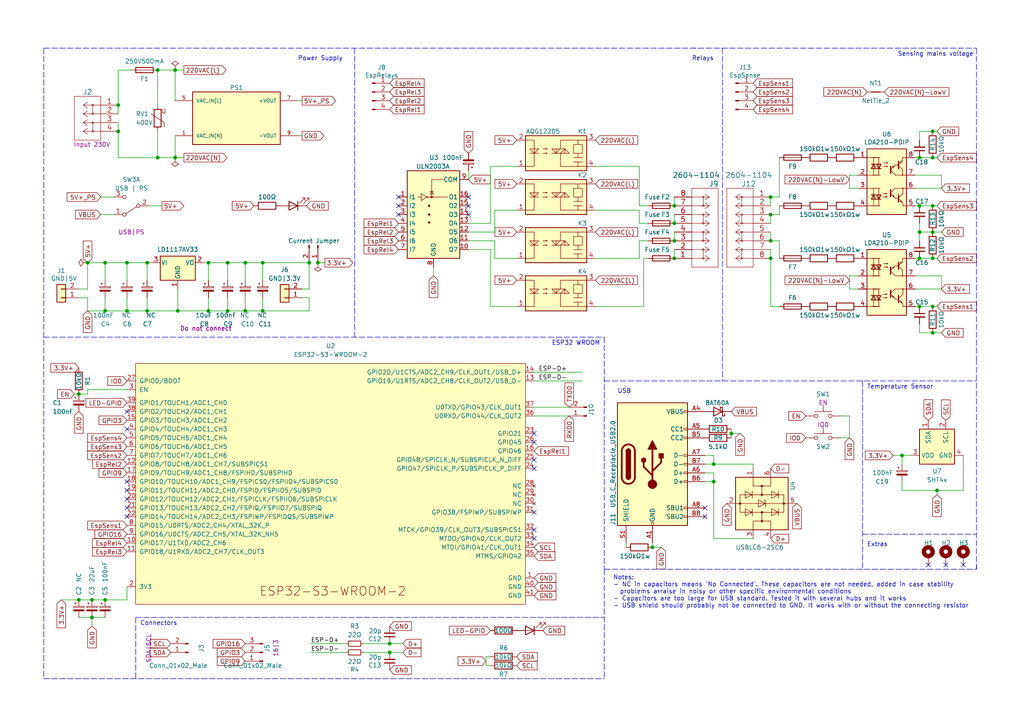
<source format=kicad_sch>
(kicad_sch (version 20211123) (generator eeschema)
  (paper "A4")
  (title_block (title "Home Assistant module for lights control") (date "2022-10-27") (rev "20221027.22"))
  (junction (at 270.51 67.31))
  (junction (at 266.7 88.9))
  (junction (at 207.01 134.62))
  (junction (at 113.03 189.23))
  (junction (at 22.86 114.3))
  (junction (at 270.51 96.52))
  (junction (at 266.7 67.31))
  (junction (at 25.4 76.2))
  (junction (at 26.67 179.07))
  (junction (at 270.51 74.93))
  (junction (at 30.48 76.2))
  (junction (at 113.03 186.69))
  (junction (at 207.01 139.7))
  (junction (at 60.452 90.17))
  (junction (at 36.83 90.17))
  (junction (at 189.23 158.75))
  (junction (at 30.48 173.99))
  (junction (at 195.58 59.69))
  (junction (at 223.52 57.15))
  (junction (at 51.562 90.17))
  (junction (at 223.52 62.23))
  (junction (at 45.72 45.72))
  (junction (at 271.78 142.24))
  (junction (at 223.52 69.85))
  (junction (at 92.202 76.2))
  (junction (at 60.452 76.2))
  (junction (at 36.83 76.2))
  (junction (at 71.12 76.2))
  (junction (at 195.58 74.93))
  (junction (at 22.86 173.99))
  (junction (at 66.04 90.17))
  (junction (at 270.51 45.72))
  (junction (at 71.12 90.17))
  (junction (at 50.8 45.72))
  (junction (at 270.51 88.9))
  (junction (at 270.51 59.69))
  (junction (at 34.29 38.1))
  (junction (at 212.09 125.73))
  (junction (at 50.8 20.32))
  (junction (at 195.58 64.77))
  (junction (at 270.51 38.1))
  (junction (at 30.48 90.17))
  (junction (at 26.67 173.99))
  (junction (at 76.2 76.2))
  (junction (at 261.62 132.08))
  (junction (at 266.7 74.93))
  (junction (at 42.672 76.2))
  (junction (at 89.662 76.2))
  (junction (at 34.29 30.48))
  (junction (at 42.672 90.17))
  (junction (at 66.04 76.2))
  (junction (at 195.58 69.85))
  (junction (at 45.72 20.32))
  (junction (at 223.52 74.93))
  (junction (at 266.7 45.72))
  (junction (at 266.7 59.69))
  (junction (at 76.2 90.17))
  (no_connect (at 135.89 59.69))
  (no_connect (at 279.4 163.83))
  (no_connect (at 135.89 62.23))
  (no_connect (at 204.47 149.86))
  (no_connect (at 204.47 147.32))
  (no_connect (at 274.32 163.83))
  (no_connect (at 135.89 57.15))
  (no_connect (at 154.94 156.21))
  (no_connect (at 154.94 135.89))
  (no_connect (at 154.94 153.67))
  (no_connect (at 154.94 148.59))
  (no_connect (at 154.94 128.27))
  (no_connect (at 154.94 125.73))
  (no_connect (at 154.94 133.35))
  (no_connect (at 36.83 119.38))
  (no_connect (at 36.83 142.24))
  (no_connect (at 36.83 139.7))
  (no_connect (at 36.83 144.78))
  (no_connect (at 36.83 147.32))
  (no_connect (at 36.83 149.86))
  (no_connect (at 36.83 124.46))
  (no_connect (at 115.57 57.15))
  (no_connect (at 115.57 62.23))
  (no_connect (at 269.24 163.83))
  (no_connect (at 115.57 59.69))
  (polyline (pts (xy 175.26 165.1) (xy 175.26 196.85)))
  (wire (pts (xy 246.38 120.65) (xy 246.38 127)))
  (wire (pts (xy 26.67 179.07) (xy 22.86 179.07)))
  (wire (pts (xy 261.62 132.08) (xy 264.16 132.08)))
  (wire (pts (xy 259.08 132.08) (xy 261.62 132.08)))
  (wire (pts (xy 142.24 88.9) (xy 149.86 88.9)))
  (wire (pts (xy 279.4 132.08) (xy 279.4 142.24)))
  (wire (pts (xy 187.96 59.69) (xy 185.42 59.69)))
  (wire (pts (xy 270.51 74.93) (xy 266.7 74.93)))
  (wire (pts (xy 66.04 86.36) (xy 66.04 90.17)))
  (wire (pts (xy 204.47 139.7) (xy 207.01 139.7)))
  (wire (pts (xy 25.4 83.82) (xy 22.86 83.82)))
  (wire (pts (xy 185.42 48.26) (xy 172.72 48.26)))
  (wire (pts (xy 25.4 76.2) (xy 25.4 83.82)))
  (wire (pts (xy 45.72 20.32) (xy 50.8 20.32)))
  (wire (pts (xy 243.84 127) (xy 246.38 127)))
  (wire (pts (xy 66.04 76.2) (xy 71.12 76.2)))
  (wire (pts (xy 266.7 59.69) (xy 265.43 59.69)))
  (wire (pts (xy 226.06 69.85) (xy 223.52 69.85)))
  (wire (pts (xy 207.01 134.62) (xy 207.01 132.08)))
  (wire (pts (xy 154.94 110.49) (xy 168.91 110.49)))
  (wire (pts (xy 105.41 186.69) (xy 113.03 186.69)))
  (wire (pts (xy 143.51 74.93) (xy 143.51 69.85)))
  (wire (pts (xy 135.89 72.39) (xy 142.24 72.39)))
  (polyline (pts (xy 283.21 13.97) (xy 283.21 104.14)))
  (wire (pts (xy 143.51 67.31) (xy 143.51 60.96)))
  (wire (pts (xy 207.01 132.08) (xy 204.47 132.08)))
  (wire (pts (xy 45.72 30.48) (xy 45.72 20.32)))
  (wire (pts (xy 270.51 96.52) (xy 266.7 96.52)))
  (wire (pts (xy 185.42 74.93) (xy 185.42 69.85)))
  (wire (pts (xy 226.06 59.69) (xy 226.06 62.23)))
  (wire (pts (xy 60.452 76.2) (xy 66.04 76.2)))
  (wire (pts (xy 186.69 88.9) (xy 172.72 88.9)))
  (wire (pts (xy 25.4 113.03) (xy 25.4 114.3)))
  (wire (pts (xy 36.83 90.17) (xy 42.672 90.17)))
  (wire (pts (xy 212.09 125.73) (xy 212.09 124.46)))
  (wire (pts (xy 25.4 90.17) (xy 30.48 90.17)))
  (polyline (pts (xy 250.19 110.49) (xy 250.19 165.1)))
  (wire (pts (xy 36.83 76.2) (xy 36.83 81.28)))
  (wire (pts (xy 271.78 88.9) (xy 270.51 88.9)))
  (polyline (pts (xy 175.26 97.79) (xy 175.26 165.1)))
  (wire (pts (xy 261.62 142.24) (xy 271.78 142.24)))
  (polyline (pts (xy 283.21 165.1) (xy 283.21 163.83)))
  (wire (pts (xy 135.89 67.31) (xy 143.51 67.31)))
  (wire (pts (xy 25.4 113.03) (xy 36.83 113.03)))
  (wire (pts (xy 45.72 38.1) (xy 45.72 45.72)))
  (wire (pts (xy 270.51 67.31) (xy 266.7 67.31)))
  (wire (pts (xy 266.7 38.1) (xy 270.51 38.1)))
  (wire (pts (xy 266.7 69.85) (xy 266.7 67.31)))
  (wire (pts (xy 187.96 64.77) (xy 185.42 64.77)))
  (wire (pts (xy 181.61 158.75) (xy 181.61 157.48)))
  (wire (pts (xy 207.01 156.21) (xy 207.01 139.7)))
  (wire (pts (xy 223.52 74.93) (xy 223.52 88.9)))
  (wire (pts (xy 34.29 35.56) (xy 34.29 38.1)))
  (polyline (pts (xy 209.55 13.97) (xy 209.55 110.49)))
  (wire (pts (xy 185.42 69.85) (xy 187.96 69.85)))
  (wire (pts (xy 25.4 114.3) (xy 22.86 114.3)))
  (wire (pts (xy 271.78 38.1) (xy 270.51 38.1)))
  (polyline (pts (xy 175.26 110.49) (xy 283.21 110.49)))
  (polyline (pts (xy 250.19 154.94) (xy 283.21 154.94)))
  (wire (pts (xy 212.09 125.73) (xy 214.63 125.73)))
  (wire (pts (xy 21.59 114.3) (xy 22.86 114.3)))
  (wire (pts (xy 71.12 76.2) (xy 71.12 81.28)))
  (wire (pts (xy 25.4 86.36) (xy 25.4 90.17)))
  (wire (pts (xy 271.78 142.24) (xy 271.78 143.51)))
  (wire (pts (xy 30.48 90.17) (xy 36.83 90.17)))
  (wire (pts (xy 279.4 142.24) (xy 271.78 142.24)))
  (wire (pts (xy 273.05 83.82) (xy 265.43 83.82)))
  (wire (pts (xy 261.62 139.7) (xy 261.62 142.24)))
  (wire (pts (xy 76.2 76.2) (xy 76.2 81.28)))
  (wire (pts (xy 172.72 74.93) (xy 185.42 74.93)))
  (wire (pts (xy 76.2 90.17) (xy 89.662 90.17)))
  (polyline (pts (xy 201.93 13.97) (xy 200.66 13.97)))
  (wire (pts (xy 50.8 20.32) (xy 50.8 29.21)))
  (wire (pts (xy 34.29 38.1) (xy 34.29 45.72)))
  (wire (pts (xy 207.01 156.21) (xy 218.44 156.21)))
  (wire (pts (xy 212.09 127) (xy 212.09 125.73)))
  (wire (pts (xy 26.67 173.99) (xy 30.48 173.99)))
  (polyline (pts (xy 39.37 179.07) (xy 39.37 196.85)))
  (wire (pts (xy 266.7 96.52) (xy 266.7 93.98)))
  (wire (pts (xy 226.06 74.93) (xy 226.06 69.85)))
  (wire (pts (xy 17.78 173.99) (xy 22.86 173.99)))
  (wire (pts (xy 246.38 80.01) (xy 248.92 80.01)))
  (wire (pts (xy 42.672 76.2) (xy 43.942 76.2)))
  (wire (pts (xy 89.662 86.36) (xy 89.662 90.17)))
  (wire (pts (xy 76.2 86.36) (xy 76.2 90.17)))
  (wire (pts (xy 22.86 173.99) (xy 26.67 173.99)))
  (wire (pts (xy 270.51 88.9) (xy 266.7 88.9)))
  (wire (pts (xy 185.42 60.96) (xy 172.72 60.96)))
  (wire (pts (xy 36.83 76.2) (xy 42.672 76.2)))
  (wire (pts (xy 142.24 64.77) (xy 135.89 64.77)))
  (wire (pts (xy 273.05 96.52) (xy 270.51 96.52)))
  (wire (pts (xy 223.52 88.9) (xy 226.06 88.9)))
  (wire (pts (xy 187.96 74.93) (xy 186.69 74.93)))
  (wire (pts (xy 246.38 54.61) (xy 246.38 50.8)))
  (wire (pts (xy 142.24 72.39) (xy 142.24 88.9)))
  (wire (pts (xy 195.58 64.77) (xy 195.58 62.23)))
  (wire (pts (xy 195.58 74.93) (xy 195.58 72.39)))
  (wire (pts (xy 42.672 86.36) (xy 42.672 90.17)))
  (wire (pts (xy 46.99 59.69) (xy 43.18 59.69)))
  (wire (pts (xy 223.52 64.77) (xy 223.52 62.23)))
  (wire (pts (xy 266.7 40.64) (xy 266.7 38.1)))
  (wire (pts (xy 51.562 90.17) (xy 60.452 90.17)))
  (wire (pts (xy 271.78 74.93) (xy 270.51 74.93)))
  (wire (pts (xy 30.48 76.2) (xy 36.83 76.2)))
  (wire (pts (xy 26.67 179.07) (xy 26.67 181.61)))
  (wire (pts (xy 273.05 54.61) (xy 273.05 50.8)))
  (wire (pts (xy 30.48 76.2) (xy 30.48 81.28)))
  (wire (pts (xy 154.94 118.11) (xy 165.1 118.11)))
  (wire (pts (xy 86.36 29.21) (xy 87.63 29.21)))
  (wire (pts (xy 60.452 86.36) (xy 60.452 90.17)))
  (wire (pts (xy 89.662 83.82) (xy 89.662 76.2)))
  (polyline (pts (xy 12.7 196.85) (xy 175.26 196.85)))
  (wire (pts (xy 154.94 107.95) (xy 168.91 107.95)))
  (wire (pts (xy 246.38 50.8) (xy 248.92 50.8)))
  (wire (pts (xy 34.29 30.48) (xy 34.29 20.32)))
  (wire (pts (xy 266.7 67.31) (xy 266.7 64.77)))
  (wire (pts (xy 246.38 83.82) (xy 246.38 80.01)))
  (polyline (pts (xy 12.7 97.79) (xy 175.26 97.79)))
  (wire (pts (xy 207.01 134.62) (xy 218.44 134.62)))
  (wire (pts (xy 29.21 62.23) (xy 33.02 62.23)))
  (wire (pts (xy 273.05 80.01) (xy 265.43 80.01)))
  (wire (pts (xy 273.05 67.31) (xy 270.51 67.31)))
  (wire (pts (xy 42.672 76.2) (xy 42.672 81.28)))
  (wire (pts (xy 223.52 69.85) (xy 223.52 67.31)))
  (wire (pts (xy 71.12 90.17) (xy 76.2 90.17)))
  (wire (pts (xy 90.17 189.23) (xy 100.33 189.23)))
  (wire (pts (xy 223.52 59.69) (xy 223.52 57.15)))
  (wire (pts (xy 25.4 76.2) (xy 30.48 76.2)))
  (wire (pts (xy 135.89 52.07) (xy 135.89 49.53)))
  (wire (pts (xy 204.47 137.16) (xy 207.01 137.16)))
  (wire (pts (xy 142.24 48.26) (xy 142.24 64.77)))
  (wire (pts (xy 36.83 86.36) (xy 36.83 90.17)))
  (wire (pts (xy 42.672 90.17) (xy 51.562 90.17)))
  (wire (pts (xy 261.62 132.08) (xy 261.62 134.62)))
  (wire (pts (xy 66.04 90.17) (xy 71.12 90.17)))
  (wire (pts (xy 105.41 189.23) (xy 113.03 189.23)))
  (wire (pts (xy 149.86 48.26) (xy 142.24 48.26)))
  (wire (pts (xy 87.63 86.36) (xy 89.662 86.36)))
  (wire (pts (xy 30.48 173.99) (xy 36.83 173.99)))
  (polyline (pts (xy 12.7 13.97) (xy 12.7 196.85)))
  (wire (pts (xy 226.06 45.72) (xy 226.06 57.15)))
  (wire (pts (xy 185.42 59.69) (xy 185.42 48.26)))
  (polyline (pts (xy 102.87 13.97) (xy 102.87 97.79)))
  (wire (pts (xy 273.05 54.61) (xy 265.43 54.61)))
  (wire (pts (xy 113.03 186.69) (xy 116.84 186.69)))
  (wire (pts (xy 243.84 120.65) (xy 246.38 120.65)))
  (wire (pts (xy 266.7 45.72) (xy 265.43 45.72)))
  (wire (pts (xy 92.202 76.2) (xy 94.234 76.2)))
  (polyline (pts (xy 175.26 165.1) (xy 175.26 165.1)))
  (wire (pts (xy 50.8 20.32) (xy 53.34 20.32)))
  (wire (pts (xy 76.2 76.2) (xy 89.662 76.2)))
  (wire (pts (xy 218.44 134.62) (xy 218.44 135.89)))
  (wire (pts (xy 140.97 190.5) (xy 140.97 193.04)))
  (wire (pts (xy 226.06 62.23) (xy 223.52 62.23)))
  (wire (pts (xy 271.78 59.69) (xy 270.51 59.69)))
  (wire (pts (xy 60.452 90.17) (xy 66.04 90.17)))
  (wire (pts (xy 142.24 190.5) (xy 140.97 190.5)))
  (wire (pts (xy 71.12 86.36) (xy 71.12 90.17)))
  (wire (pts (xy 266.7 88.9) (xy 265.43 88.9)))
  (wire (pts (xy 60.452 76.2) (xy 60.452 81.28)))
  (polyline (pts (xy 283.21 104.14) (xy 283.21 165.1)))
  (wire (pts (xy 29.21 57.15) (xy 33.02 57.15)))
  (wire (pts (xy 223.52 74.93) (xy 223.52 72.39)))
  (wire (pts (xy 186.69 74.93) (xy 186.69 88.9)))
  (wire (pts (xy 34.29 45.72) (xy 45.72 45.72)))
  (wire (pts (xy 50.8 45.72) (xy 53.34 45.72)))
  (wire (pts (xy 185.42 64.77) (xy 185.42 60.96)))
  (wire (pts (xy 90.17 186.69) (xy 100.33 186.69)))
  (wire (pts (xy 51.562 83.82) (xy 51.562 90.17)))
  (wire (pts (xy 195.58 59.69) (xy 195.58 57.15)))
  (wire (pts (xy 34.29 20.32) (xy 38.1 20.32)))
  (wire (pts (xy 125.73 80.01) (xy 125.73 77.47)))
  (polyline (pts (xy 39.37 179.07) (xy 175.26 179.07)))
  (wire (pts (xy 86.36 39.37) (xy 87.63 39.37)))
  (wire (pts (xy 204.47 134.62) (xy 207.01 134.62)))
  (wire (pts (xy 143.51 60.96) (xy 149.86 60.96)))
  (wire (pts (xy 270.51 59.69) (xy 266.7 59.69)))
  (wire (pts (xy 226.06 57.15) (xy 223.52 57.15)))
  (wire (pts (xy 50.8 45.72) (xy 50.8 39.37)))
  (wire (pts (xy 143.51 69.85) (xy 135.89 69.85)))
  (wire (pts (xy 273.05 50.8) (xy 265.43 50.8)))
  (wire (pts (xy 30.48 179.07) (xy 26.67 179.07)))
  (wire (pts (xy 248.92 83.82) (xy 246.38 83.82)))
  (wire (pts (xy 66.04 76.2) (xy 66.04 81.28)))
  (wire (pts (xy 140.97 193.04) (xy 142.24 193.04)))
  (wire (pts (xy 87.63 83.82) (xy 89.662 83.82)))
  (wire (pts (xy 273.05 83.82) (xy 273.05 80.01)))
  (wire (pts (xy 34.29 30.48) (xy 34.29 33.02)))
  (wire (pts (xy 270.51 45.72) (xy 266.7 45.72)))
  (wire (pts (xy 189.23 158.75) (xy 191.77 158.75)))
  (wire (pts (xy 36.83 170.18) (xy 36.83 173.99)))
  (wire (pts (xy 154.94 120.65) (xy 165.1 120.65)))
  (wire (pts (xy 71.12 76.2) (xy 76.2 76.2)))
  (wire (pts (xy 30.48 86.36) (xy 30.48 90.17)))
  (wire (pts (xy 207.01 139.7) (xy 207.01 137.16)))
  (wire (pts (xy 266.7 74.93) (xy 265.43 74.93)))
  (polyline (pts (xy 12.7 13.97) (xy 283.21 13.97)))
  (wire (pts (xy 113.03 189.23) (xy 116.84 189.23)))
  (wire (pts (xy 149.86 74.93) (xy 143.51 74.93)))
  (wire (pts (xy 45.72 45.72) (xy 50.8 45.72)))
  (wire (pts (xy 195.58 69.85) (xy 195.58 67.31)))
  (wire (pts (xy 248.92 54.61) (xy 246.38 54.61)))
  (wire (pts (xy 189.23 158.75) (xy 189.23 157.48)))
  (wire (pts (xy 60.452 76.2) (xy 59.182 76.2)))
  (wire (pts (xy 22.86 86.36) (xy 25.4 86.36)))
  (wire (pts (xy 271.78 45.72) (xy 270.51 45.72)))
  (polyline (pts (xy 175.26 165.1) (xy 283.21 165.1)))
  (text "USB" (at 179.07 114.3 0) (effects (font (size 1.27 1.27)) (justify left bottom)))
  (text "Relays" (at 200.66 17.78 0) (effects (font (size 1.27 1.27)) (justify left bottom)))
  (text "Temperature Sensor" (at 251.46 113.03 0) (effects (font (size 1.27 1.27)) (justify left bottom)))
  (text "Power Supply" (at 86.36 17.78 0) (effects (font (size 1.27 1.27)) (justify left bottom)))
  (text "Extras" (at 251.46 158.75 0) (effects (font (size 1.27 1.27)) (justify left bottom)))
  (text "Connectors" (at 40.64 181.61 0) (effects (font (size 1.27 1.27)) (justify left bottom)))
  (text "ESP32 WROOM\n" (at 160.02 100.33 0) (effects (font (size 1.27 1.27)) (justify left bottom)))
  (text "Notes:\n- NC in capacitors means 'No Connected'. These capacitors are not needed, added in case stability \n  problems arraise in noisy or other specific environmental conditions\n- Capacitors are too large for USB standard. Tested it with several hubs and it works\n- USB shield should probably not be connected to GND. It works with or without the connecting resistor" (at 177.8 176.53 0) (effects (font (size 1.27 1.27)) (justify left bottom)))
  (text "Sensing mains voltage" (at 260.35 16.51 0) (effects (font (size 1.27 1.27)) (justify left bottom)))
  (label "ESP-D+" (at 156.21 107.95 0))
  (label "ESP-D-" (at 156.21 110.49 0))
  (label "ESP-D-" (at 90.17 189.23 0))
  (label "ESP-D+" (at 90.17 186.69 0))
  (global_label "3.3V+" (shape input) (at 22.86 106.68 180) (property "Intersheet References" "${INTERSHEET_REFS}" (effects hide)))
  (global_label "GND" (shape input) (at 113.03 181.61 0) (property "Intersheet References" "${INTERSHEET_REFS}" (effects hide)))
  (global_label "GPIO9" (shape input) (at 71.12 191.77 180) (property "Intersheet References" "${INTERSHEET_REFS}" (effects hide)))
  (global_label "EspRel2" (shape input) (at 113.03 29.21 0) (property "Intersheet References" "${INTERSHEET_REFS}" (effects hide)))
  (global_label "GND" (shape input) (at 154.94 167.64 0) (property "Intersheet References" "${INTERSHEET_REFS}" (effects hide)))
  (global_label "GND" (shape input) (at 271.78 38.1 0) (property "Intersheet References" "${INTERSHEET_REFS}" (effects hide)))
  (global_label "220VAC(L)" (shape output) (at 53.34 20.32 0) (property "Intersheet References" "${INTERSHEET_REFS}" (effects hide)))
  (global_label "VBUS" (shape input) (at 29.21 62.23 180) (property "Intersheet References" "${INTERSHEET_REFS}" (effects hide)))
  (global_label "EN" (shape input) (at 21.59 114.3 180) (property "Intersheet References" "${INTERSHEET_REFS}" (effects hide)))
  (global_label "5V+" (shape input) (at 149.86 53.34 180) (property "Intersheet References" "${INTERSHEET_REFS}" (effects hide)))
  (global_label "220VAC(L)" (shape input) (at 172.72 81.28 0) (property "Intersheet References" "${INTERSHEET_REFS}" (effects hide)))
  (global_label "EspSens3" (shape input) (at 271.78 59.69 0) (property "Intersheet References" "${INTERSHEET_REFS}" (effects hide)))
  (global_label "5V+" (shape input) (at 149.86 81.28 180) (property "Intersheet References" "${INTERSHEET_REFS}" (effects hide)))
  (global_label "SDA" (shape input) (at 49.53 189.23 180) (property "Intersheet References" "${INTERSHEET_REFS}" (effects hide)))
  (global_label "RXD0" (shape input) (at 165.1 120.65 270) (property "Intersheet References" "${INTERSHEET_REFS}" (effects hide)))
  (global_label "GND" (shape input) (at 22.86 119.38 270) (property "Intersheet References" "${INTERSHEET_REFS}" (effects hide)))
  (global_label "5V+_PS" (shape output) (at 87.63 29.21 0) (property "Intersheet References" "${INTERSHEET_REFS}" (effects hide)))
  (global_label "GND" (shape input) (at 271.78 143.51 270) (property "Intersheet References" "${INTERSHEET_REFS}" (effects hide)))
  (global_label "220VAC(N)-LowV" (shape input) (at 246.38 52.07 180) (property "Intersheet References" "${INTERSHEET_REFS}" (effects hide)))
  (global_label "220VAC(N)-LowV" (shape input) (at 256.54 26.67 0) (property "Intersheet References" "${INTERSHEET_REFS}" (effects hide)))
  (global_label "EspRel1" (shape input) (at 115.57 64.77 180) (property "Intersheet References" "${INTERSHEET_REFS}" (effects hide)))
  (global_label "SDA" (shape input) (at 269.24 121.92 90) (property "Intersheet References" "${INTERSHEET_REFS}" (effects hide)))
  (global_label "SDA" (shape input) (at 149.86 190.5 0) (property "Intersheet References" "${INTERSHEET_REFS}" (effects hide)))
  (global_label "SDA" (shape input) (at 154.94 161.29 0) (property "Intersheet References" "${INTERSHEET_REFS}" (effects hide)))
  (global_label "EspSens3" (shape input) (at 218.44 29.21 0) (property "Intersheet References" "${INTERSHEET_REFS}" (effects hide)))
  (global_label "D+" (shape input) (at 223.52 156.21 0) (property "Intersheet References" "${INTERSHEET_REFS}" (effects hide)))
  (global_label "220VAC(N)" (shape input) (at 251.46 26.67 180) (property "Intersheet References" "${INTERSHEET_REFS}" (effects hide)))
  (global_label "EspSens1" (shape input) (at 218.44 24.13 0) (property "Intersheet References" "${INTERSHEET_REFS}" (effects hide)))
  (global_label "GND" (shape input) (at 246.38 127 270) (property "Intersheet References" "${INTERSHEET_REFS}" (effects hide)))
  (global_label "IO0" (shape input) (at 36.83 110.49 180) (property "Intersheet References" "${INTERSHEET_REFS}" (effects hide)))
  (global_label "3.3V+" (shape input) (at 259.08 132.08 180) (property "Intersheet References" "${INTERSHEET_REFS}" (effects hide)))
  (global_label "GND" (shape input) (at 157.48 182.88 0) (property "Intersheet References" "${INTERSHEET_REFS}" (effects hide)))
  (global_label "LED-GPIO" (shape input) (at 142.24 182.88 180) (property "Intersheet References" "${INTERSHEET_REFS}" (effects hide)))
  (global_label "EspSens2" (shape input) (at 271.78 74.93 0) (property "Intersheet References" "${INTERSHEET_REFS}" (effects hide)))
  (global_label "5V+" (shape input) (at 25.4 76.2 90) (property "Intersheet References" "${INTERSHEET_REFS}" (effects hide)))
  (global_label "220VAC(L)" (shape input) (at 172.72 53.34 0) (property "Intersheet References" "${INTERSHEET_REFS}" (effects hide)))
  (global_label "GND" (shape input) (at 214.63 125.73 270) (property "Intersheet References" "${INTERSHEET_REFS}" (effects hide)))
  (global_label "D-" (shape input) (at 116.84 189.23 0) (property "Intersheet References" "${INTERSHEET_REFS}" (effects hide)))
  (global_label "GND" (shape output) (at 87.63 39.37 0) (property "Intersheet References" "${INTERSHEET_REFS}" (effects hide)))
  (global_label "GND" (shape input) (at 25.4 90.17 270) (property "Intersheet References" "${INTERSHEET_REFS}" (effects hide)))
  (global_label "GND" (shape input) (at 113.03 194.31 0) (property "Intersheet References" "${INTERSHEET_REFS}" (effects hide)))
  (global_label "5V+" (shape input) (at 73.66 59.69 180) (property "Intersheet References" "${INTERSHEET_REFS}" (effects hide)))
  (global_label "5V+" (shape input) (at 135.89 52.07 0) (property "Intersheet References" "${INTERSHEET_REFS}" (effects hide)))
  (global_label "VBUS" (shape input) (at 231.14 146.05 270) (property "Intersheet References" "${INTERSHEET_REFS}" (effects hide)))
  (global_label "EspRel4" (shape input) (at 115.57 72.39 180) (property "Intersheet References" "${INTERSHEET_REFS}" (effects hide)))
  (global_label "5V+" (shape input) (at 149.86 67.31 180) (property "Intersheet References" "${INTERSHEET_REFS}" (effects hide)))
  (global_label "3.3V+" (shape input) (at 273.05 83.82 0) (property "Intersheet References" "${INTERSHEET_REFS}" (effects hide)))
  (global_label "EspRel3" (shape input) (at 113.03 26.67 0) (property "Intersheet References" "${INTERSHEET_REFS}" (effects hide)))
  (global_label "EspRel4" (shape input) (at 36.83 157.48 180) (property "Intersheet References" "${INTERSHEET_REFS}" (effects hide)))
  (global_label "SCL" (shape input) (at 49.53 186.69 180) (property "Intersheet References" "${INTERSHEET_REFS}" (effects hide)))
  (global_label "VBUS" (shape input) (at 212.09 119.38 0) (property "Intersheet References" "${INTERSHEET_REFS}" (effects hide)))
  (global_label "GND" (shape input) (at 273.05 67.31 0) (property "Intersheet References" "${INTERSHEET_REFS}" (effects hide)))
  (global_label "GND" (shape input) (at 154.94 170.18 0) (property "Intersheet References" "${INTERSHEET_REFS}" (effects hide)))
  (global_label "GND" (shape input) (at 154.94 172.72 0) (property "Intersheet References" "${INTERSHEET_REFS}" (effects hide)))
  (global_label "GND" (shape input) (at 26.67 181.61 270) (property "Intersheet References" "${INTERSHEET_REFS}" (effects hide)))
  (global_label "EspRel2" (shape input) (at 115.57 67.31 180) (property "Intersheet References" "${INTERSHEET_REFS}" (effects hide)))
  (global_label "IO0" (shape input) (at 233.68 127 180) (property "Intersheet References" "${INTERSHEET_REFS}" (effects hide)))
  (global_label "GND" (shape input) (at 125.73 80.01 270) (property "Intersheet References" "${INTERSHEET_REFS}" (effects hide)))
  (global_label "EspRel1" (shape input) (at 154.94 130.81 0) (property "Intersheet References" "${INTERSHEET_REFS}" (effects hide)))
  (global_label "EspSens1" (shape input) (at 271.78 88.9 0) (property "Intersheet References" "${INTERSHEET_REFS}" (effects hide)))
  (global_label "3.3V+" (shape output) (at 94.234 76.2 0) (property "Intersheet References" "${INTERSHEET_REFS}" (effects hide)))
  (global_label "EspSens2" (shape input) (at 218.44 26.67 0) (property "Intersheet References" "${INTERSHEET_REFS}" (effects hide)))
  (global_label "SCL" (shape input) (at 149.86 193.04 0) (property "Intersheet References" "${INTERSHEET_REFS}" (effects hide)))
  (global_label "5V+_PS" (shape input) (at 29.21 57.15 180) (property "Intersheet References" "${INTERSHEET_REFS}" (effects hide)))
  (global_label "3.3V+" (shape input) (at 140.97 191.77 180) (property "Intersheet References" "${INTERSHEET_REFS}" (effects hide)))
  (global_label "3.3V+" (shape input) (at 17.78 173.99 270) (property "Intersheet References" "${INTERSHEET_REFS}" (effects hide)))
  (global_label "3.3V+" (shape input) (at 273.05 54.61 0) (property "Intersheet References" "${INTERSHEET_REFS}" (effects hide)))
  (global_label "220VAC(L)" (shape input) (at 172.72 40.64 0) (property "Intersheet References" "${INTERSHEET_REFS}" (effects hide)))
  (global_label "GPIO9" (shape input) (at 36.83 137.16 180) (property "Intersheet References" "${INTERSHEET_REFS}" (effects hide)))
  (global_label "GND" (shape input) (at 88.9 59.69 0) (property "Intersheet References" "${INTERSHEET_REFS}" (effects hide)))
  (global_label "GPIO16" (shape input) (at 36.83 154.94 180) (property "Intersheet References" "${INTERSHEET_REFS}" (effects hide)))
  (global_label "EspRel3" (shape input) (at 115.57 69.85 180) (property "Intersheet References" "${INTERSHEET_REFS}" (effects hide)))
  (global_label "EN" (shape input) (at 233.68 120.65 180) (property "Intersheet References" "${INTERSHEET_REFS}" (effects hide)))
  (global_label "5V+" (shape input) (at 149.86 40.64 180) (property "Intersheet References" "${INTERSHEET_REFS}" (effects hide)))
  (global_label "GPIO3" (shape input) (at 71.12 189.23 180) (property "Intersheet References" "${INTERSHEET_REFS}" (effects hide)))
  (global_label "EspSens3" (shape input) (at 36.83 129.54 180) (property "Intersheet References" "${INTERSHEET_REFS}" (effects hide)))
  (global_label "5V+" (shape output) (at 46.99 59.69 0) (property "Intersheet References" "${INTERSHEET_REFS}" (effects hide)))
  (global_label "GND" (shape input) (at 273.05 96.52 0) (property "Intersheet References" "${INTERSHEET_REFS}" (effects hide)))
  (global_label "D+" (shape input) (at 116.84 186.69 0) (property "Intersheet References" "${INTERSHEET_REFS}" (effects hide)))
  (global_label "TXD0" (shape input) (at 165.1 118.11 90) (property "Intersheet References" "${INTERSHEET_REFS}" (effects hide)))
  (global_label "220VAC(N)" (shape output) (at 53.34 45.72 0) (property "Intersheet References" "${INTERSHEET_REFS}" (effects hide)))
  (global_label "GND" (shape input) (at 210.82 146.05 270) (property "Intersheet References" "${INTERSHEET_REFS}" (effects hide)))
  (global_label "EspSens4" (shape input) (at 218.44 31.75 0) (property "Intersheet References" "${INTERSHEET_REFS}" (effects hide)))
  (global_label "D-" (shape input) (at 223.52 135.89 0) (property "Intersheet References" "${INTERSHEET_REFS}" (effects hide)))
  (global_label "LED-GPIO" (shape input) (at 36.83 116.84 180) (property "Intersheet References" "${INTERSHEET_REFS}" (effects hide)))
  (global_label "GND" (shape input) (at 191.77 158.75 270) (property "Intersheet References" "${INTERSHEET_REFS}" (effects hide)))
  (global_label "SCL" (shape input) (at 154.94 158.75 0) (property "Intersheet References" "${INTERSHEET_REFS}" (effects hide)))
  (global_label "EspRel1" (shape input) (at 113.03 31.75 0) (property "Intersheet References" "${INTERSHEET_REFS}" (effects hide)))
  (global_label "EspRel2" (shape input) (at 36.83 134.62 180) (property "Intersheet References" "${INTERSHEET_REFS}" (effects hide)))
  (global_label "220VAC(N)-LowV" (shape input) (at 246.38 81.28 180) (property "Intersheet References" "${INTERSHEET_REFS}" (effects hide)))
  (global_label "220VAC(L)" (shape input) (at 172.72 67.31 0) (property "Intersheet References" "${INTERSHEET_REFS}" (effects hide)))
  (global_label "EspSens4" (shape input) (at 36.83 127 180) (property "Intersheet References" "${INTERSHEET_REFS}" (effects hide)))
  (global_label "EspSens2" (shape input) (at 36.83 132.08 180) (property "Intersheet References" "${INTERSHEET_REFS}" (effects hide)))
  (global_label "EspRel3" (shape input) (at 36.83 160.02 180) (property "Intersheet References" "${INTERSHEET_REFS}" (effects hide)))
  (global_label "GND" (shape input) (at 135.89 44.45 90) (property "Intersheet References" "${INTERSHEET_REFS}" (effects hide)))
  (global_label "EspSens1" (shape input) (at 36.83 152.4 180) (property "Intersheet References" "${INTERSHEET_REFS}" (effects hide)))
  (global_label "SCL" (shape input) (at 274.32 121.92 90) (property "Intersheet References" "${INTERSHEET_REFS}" (effects hide)))
  (global_label "EspRel4" (shape input) (at 113.03 24.13 0) (property "Intersheet References" "${INTERSHEET_REFS}" (effects hide)))
  (global_label "EspSens4" (shape input) (at 271.78 45.72 0) (property "Intersheet References" "${INTERSHEET_REFS}" (effects hide)))
  (global_label "GPIO16" (shape input) (at 71.12 186.69 180) (property "Intersheet References" "${INTERSHEET_REFS}" (effects hide)))
  (global_label "GPIO3" (shape input) (at 36.83 121.92 180) (property "Intersheet References" "${INTERSHEET_REFS}" (effects hide)))
  (symbol (lib_id "Device:R") (at 245.11 74.93 90) (unit 1)
    (property "Reference" "R16" (effects hide))
    (property "Value" "150kΩ1w" (at 245.11 72.39 90))
    (property "Footprint" "Resistor_SMD:R_2512_6332Metric_Pad1.40x3.35mm_HandSolder" (effects hide))
    (property "JLCPCB" "C25719" (effects hide))
  )
  (symbol (lib_id "Transistor_Array:ULN2003A") (at 125.73 62.23 0) (unit 1)
    (property "Reference" "U3" (at 124.46 45.72 0) (effects (justify left)))
    (property "Value" "ULN2003A" (at 120.65 48.26 0) (effects (justify left)))
    (property "Footprint" "Package_SO:SOIC-16_3.9x9.9mm_P1.27mm" (effects hide))
    (property "Datasheet" "http://www.ti.com/lit/ds/symlink/uln2003a.pdf" (effects hide))
    (property "JLCPCB" "C7512" (effects hide))
  )
  (symbol (lib_id "Device:R") (at 245.11 88.9 90) (unit 1)
    (property "Reference" "R15" (effects hide))
    (property "Value" "150kΩ1w" (at 245.11 91.44 90))
    (property "Footprint" "Resistor_SMD:R_2512_6332Metric_Pad1.40x3.35mm_HandSolder" (effects hide))
    (property "JLCPCB" "C25719" (effects hide))
  )
  (symbol (lib_id "Device:Fuse") (at 41.91 20.32 90) (unit 1)
    (property "Reference" "F1" (at 41.91 22.86 90))
    (property "Value" "250V500mA" (at 41.91 17.78 90))
    (property "Footprint" "Fuse:Fuseholder_TR5_Littelfuse_No560_No460" (effects hide))
  )
  (symbol (lib_id "Device:Varistor") (at 45.72 34.29 180) (unit 1)
    (property "Reference" "RV1" (at 39.37 33.02 0) (effects (justify right)))
    (property "Value" "400V" (at 39.37 35.56 0) (effects (justify right)))
    (property "Footprint" "Varistor:RV_Disc_D12mm_W4.2mm_P7.5mm" (effects hide))
  )
  (symbol (lib_id "Regulator_Linear:LD1117S33TR_SOT223") (at 51.562 76.2 0) (unit 1)
    (property "Reference" "U1" (effects hide))
    (property "Value" "LD1117AV33" (at 51.562 72.3646 0))
    (property "Footprint" "Package_TO_SOT_THT:TO-220-3_Vertical" (effects hide))
    (property "Datasheet" "http://www.st.com/st-web-ui/static/active/en/resource/technical/document/datasheet/CD00000544.pdf" (effects hide))
  )
  (symbol (lib_id "Connector_Generic:Conn_01x02") (at 17.78 86.36 180) (unit 1)
    (property "Reference" "J1" (at 17.78 78.486 0))
    (property "Value" "GND|5V" (at 18.542 80.772 0))
    (property "Footprint" "Connector_JST:JST_XH_B2B-XH-A_1x02_P2.50mm_Vertical" (effects hide))
  )
  (symbol (lib_id "RAC05-05SK_277:RAC05-05SK{slash}277") (at 68.58 34.29 0) (unit 1)
    (property "Reference" "PS1" (at 68.58 25.4 0))
    (property "Value" "RAC05-05SK/277" (effects hide))
    (property "Footprint" "rac05-05sk:277" (effects hide))
    (property "STANDARD" "Manufacturer Recommendations" (effects hide))
    (property "MAXIMUM_PACKAGE_HEIGHT" "21.8mm" (effects hide))
    (property "MANUFACTURER" "RECOM" (effects hide))
    (property "PARTREV" "N/A" (effects hide))
  )
  (symbol (lib_id "Device:C_Polarized_Small") (at 60.452 83.82 0) (unit 1)
    (property "Reference" "C8" (at 57.912 93.98 0) (effects (justify left)))
    (property "Value" "10uF" (at 56.642 91.44 0) (effects (justify left)))
    (property "Footprint" "Capacitor_THT:CP_Radial_D6.3mm_P2.50mm" (effects hide))
    (property "Field4" "Do not connect" (at 59.69 95.25 0))
  )
  (symbol (lib_id "Connector_Generic:Conn_01x02") (at 82.55 86.36 180) (unit 1)
    (property "Reference" "J6" (at 82.55 78.232 0))
    (property "Value" "GND|3.3V" (at 82.55 80.772 0))
    (property "Footprint" "Connector_JST:JST_XH_B2B-XH-A_1x02_P2.50mm_Vertical" (effects hide))
  )
  (symbol (lib_id "Connector:Conn_01x02_Male") (at 92.202 71.12 270) (unit 1)
    (property "Reference" "J7" (effects hide))
    (property "Value" "Current Jumper" (at 98.552 69.85 90) (effects (justify right)))
    (property "Footprint" "Connector_PinHeader_2.54mm:PinHeader_1x02_P2.54mm_Vertical" (effects hide))
  )
  (symbol (lib_id "Device:R") (at 237.49 74.93 90) (unit 1)
    (property "Reference" "R20" (effects hide))
    (property "Value" "150kΩ1w" (at 236.22 72.39 90))
    (property "Footprint" "Resistor_SMD:R_2512_6332Metric_Pad1.40x3.35mm_HandSolder" (effects hide))
    (property "JLCPCB" "C25719" (effects hide))
  )
  (symbol (lib_id "Device:R") (at 237.49 88.9 90) (unit 1)
    (property "Reference" "R19" (effects hide))
    (property "Value" "150kΩ1w" (at 236.22 91.44 90))
    (property "Footprint" "Resistor_SMD:R_2512_6332Metric_Pad1.40x3.35mm_HandSolder" (effects hide))
    (property "JLCPCB" "C25719" (effects hide))
  )
  (symbol (lib_id "Device:C_Polarized_Small") (at 42.672 83.82 0) (unit 1)
    (property "Reference" "C7" (at 41.402 93.98 0) (effects (justify left)))
    (property "Value" "NC" (at 45.212 91.44 0) (effects (justify right)))
    (property "Footprint" "Capacitor_SMD:C_0805_2012Metric_Pad1.18x1.45mm_HandSolder" (effects hide))
    (property "Datasheet" "https://www.distrelec.ch/en/ceramic-capacitor-100nf-50vdc-0805-rnd-components-rnd-1500805b104j500nt/p/30086635?q=smd+capacitor+&pos=5&origPos=990&origPageSize=50&track=true" (effects hide))
  )
  (symbol (lib_id "Device:C_Polarized_Small") (at 135.89 46.99 180) (unit 1)
    (property "Reference" "C14" (effects hide))
    (property "Value" "100nF" (at 128.27 45.72 0) (effects (justify right)))
    (property "Footprint" "Capacitor_SMD:C_0603_1608Metric_Pad1.08x0.95mm_HandSolder" (effects hide))
    (property "Datasheet" "https://www.distrelec.ch/en/ceramic-capacitor-100nf-50vdc-0805-rnd-components-rnd-1500805b104j500nt/p/30086635?q=smd+capacitor+&pos=5&origPos=990&origPageSize=50&track=true" (effects hide))
    (property "JLCPCB" "C14663" (effects hide))
  )
  (symbol (lib_id "wago-2604-1104:2604-1104") (at 213.36 64.77 180) (unit 1)
    (property "Reference" "J12" (at 217.17 53.34 0) (effects (font (size 1.524 1.524))))
    (property "Value" "2604-1104" (at 217.17 50.8 0) (effects (font (size 1.524 1.524))))
    (property "Footprint" "wago-2604-1104:big_pads_2604-1104" (effects hide))
  )
  (symbol (lib_name "2604-1104_1") (lib_id "wago-2604-1104:2604-1104") (at 205.74 67.31 0) (unit 1)
    (property "Reference" "J9" (at 207.01 53.34 0) (effects (font (size 1.524 1.524))))
    (property "Value" "2604-1104" (at 201.93 50.8 0) (effects (font (size 1.524 1.524))))
    (property "Footprint" "wago-2604-1104:big_pads_2604-1104" (effects hide))
  )
  (symbol (lib_id "power:PWR_FLAG") (at 50.8 45.72 180) (unit 1)
    (property "Reference" "#FLG02" (effects hide))
    (property "Value" "PWR_FLAG" (effects hide))
  )
  (symbol (lib_id "wago-2604-1102:2604-1102") (at 24.13 33.02 180) (unit 1)
    (property "Reference" "J2" (at 25.4 26.67 0) (effects (font (size 1.524 1.524))))
    (property "Value" "2604-1102" (effects hide))
    (property "Footprint" "wago-2604-1102:big_pads_2604-1102" (effects hide))
    (property "Text" "Input 230V" (at 26.67 41.91 0))
  )
  (symbol (lib_id "power:PWR_FLAG") (at 50.8 20.32 0) (unit 1)
    (property "Reference" "#FLG01" (effects hide))
    (property "Value" "PWR_FLAG" (effects hide))
  )
  (symbol (lib_id "power:PWR_FLAG") (at 92.202 76.2 180) (unit 1)
    (property "Reference" "#FLG04" (effects hide))
    (property "Value" "PWR_FLAG" (effects hide))
  )
  (symbol (lib_id "Device:R") (at 77.47 59.69 270) (unit 1)
    (property "Reference" "R2" (effects hide))
    (property "Value" "100Ω" (at 77.47 57.15 90))
    (property "Footprint" "Resistor_SMD:R_0805_2012Metric_Pad1.20x1.40mm_HandSolder" (effects hide))
    (property "Datasheet" "https://www.distrelec.ch/en/high-power-thick-film-smd-resistor-0805-150ohm-330mw-rnd-components-rnd-155hp05w3f1500t5e/p/30111774?q=*&pos=2&origPos=1787&origPageSize=50&track=true" (effects hide))
    (property "JLCPCB" "C17408" (effects hide))
  )
  (symbol (lib_id "Device:C_Polarized_Small") (at 66.04 83.82 0) (unit 1)
    (property "Reference" "C9" (at 64.77 93.98 0) (effects (justify left)))
    (property "Value" "100nF" (at 68.58 91.44 0) (effects (justify right)))
    (property "Footprint" "Capacitor_SMD:C_0603_1608Metric_Pad1.08x0.95mm_HandSolder" (effects hide))
    (property "Datasheet" "https://www.distrelec.ch/en/ceramic-capacitor-100nf-50vdc-0805-rnd-components-rnd-1500805b104j500nt/p/30086635?q=smd+capacitor+&pos=5&origPos=990&origPageSize=50&track=true" (effects hide))
    (property "JLCPCB" "C14663" (effects hide))
  )
  (symbol (lib_id "Device:LED") (at 85.09 59.69 180) (unit 1)
    (property "Reference" "D1" (effects hide))
    (property "Value" "LED" (effects hide))
    (property "Footprint" "LED_SMD:LED_0805_2012Metric_Pad1.15x1.40mm_HandSolder" (effects hide))
    (property "Datasheet" "https://www.distrelec.ch/en/smd-led-green-575nm-20ma-2v-140-everlight-electronics-17-21sygc-s530-e1-tr8/p/17531205?q=*&pos=9&origPos=371&origPageSize=50&track=true" (effects hide))
    (property "JLCPCB" "C2297" (effects hide))
  )
  (symbol (lib_id "Mechanical:MountingHole_Pad") (at 269.24 161.29 0) (unit 1)
    (property "Reference" "H1" (at 267.97 157.48 0) (effects (justify left)))
    (property "Value" "MountingHole_Pad" (effects hide))
    (property "Footprint" "MountingHole:MountingHole_3.2mm_M3_ISO14580_Pad" (effects hide))
  )
  (symbol (lib_id "Mechanical:MountingHole_Pad") (at 274.32 161.29 0) (unit 1)
    (property "Reference" "H2" (at 273.05 157.48 0) (effects (justify left)))
    (property "Value" "MountingHole_Pad" (effects hide))
    (property "Footprint" "MountingHole:MountingHole_3.2mm_M3_ISO14580_Pad" (effects hide))
  )
  (symbol (lib_id "Switch:SW_Push") (at 238.76 120.65 0) (unit 1)
    (property "Reference" "SW1" (at 238.76 114.3 0))
    (property "Value" "Switch" (effects hide))
    (property "Footprint" "Button_Switch_SMD:SW_SPST_SKQG_WithStem" (effects hide))
    (property "JLCPCB" "C318884" (effects hide))
    (property "Label" "EN" (at 238.76 116.84 0))
  )
  (symbol (lib_id "Switch:SW_Push") (at 238.76 127 0) (unit 1)
    (property "Reference" "SW2" (at 238.76 129.54 0))
    (property "Value" "Switch" (effects hide))
    (property "Footprint" "Button_Switch_SMD:SW_SPST_SKQG_WithStem" (effects hide))
    (property "JLCPCB" "C318884" (effects hide))
    (property "Label" "IO0" (at 238.76 123.19 0))
  )
  (symbol (lib_id "Device:R") (at 22.86 110.49 180) (unit 1)
    (property "Reference" "R1" (at 25.4 110.49 90))
    (property "Value" "10kΩ" (at 22.86 110.49 90))
    (property "Footprint" "Resistor_SMD:R_0603_1608Metric_Pad0.98x0.95mm_HandSolder" (effects hide))
    (property "Datasheet" "0603WAF1002T5E" (effects hide))
    (property "JLCPCB" "C25804" (effects hide))
  )
  (symbol (lib_id "Device:C_Polarized_Small") (at 22.86 116.84 0) (unit 1)
    (property "Reference" "C1" (at 15.24 116.84 0) (effects (justify left)))
    (property "Value" "100nF" (at 15.24 119.38 0) (effects (justify left)))
    (property "Footprint" "Capacitor_SMD:C_0603_1608Metric_Pad1.08x0.95mm_HandSolder" (effects hide))
    (property "JLCPCB" "C14663" (effects hide))
  )
  (symbol (lib_id "Device:C_Polarized_Small") (at 22.86 176.53 0) (unit 1)
    (property "Reference" "C2" (at 22.86 172.72 90) (effects (justify left)))
    (property "Value" "NC" (at 22.86 168.91 90) (effects (justify left)))
    (property "Footprint" "Capacitor_SMD:C_0603_1608Metric_Pad1.08x0.95mm_HandSolder" (effects hide))
    (property "Datasheet" "CL10A226MQ8NRNC" (effects hide))
  )
  (symbol (lib_id "Device:C_Polarized_Small") (at 30.48 176.53 0) (unit 1)
    (property "Reference" "C5" (at 30.48 172.72 90) (effects (justify left)))
    (property "Value" "100nF" (at 30.48 168.91 90) (effects (justify left)))
    (property "Footprint" "Capacitor_SMD:C_0603_1608Metric_Pad1.08x0.95mm_HandSolder" (effects hide))
    (property "JLCPCB" "C14663" (effects hide))
  )
  (symbol (lib_id "LDA210-PDIP:LDA210-PDIP") (at 256.54 80.01 0) (unit 1)
    (property "Reference" "U5" (at 257.175 68.1482 0))
    (property "Value" "LDA210-PDIP" (at 257.175 70.4596 0))
    (property "Footprint" "Package_DIP:DIP-8_W7.62mm_Socket_LongPads" (effects hide))
    (property "Datasheet" "http://optoelectronics.liteon.com/upload/download/DS70-2001-006/S_110_LTV-355T%2020140520.pdf" (effects hide))
  )
  (symbol (lib_id "Device:R") (at 245.11 59.69 90) (unit 1)
    (property "Reference" "R17" (effects hide))
    (property "Value" "150kΩ1w" (at 245.11 62.23 90))
    (property "Footprint" "Resistor_SMD:R_2512_6332Metric_Pad1.40x3.35mm_HandSolder" (effects hide))
    (property "JLCPCB" "C25719" (effects hide))
  )
  (symbol (lib_id "Device:R") (at 245.11 45.72 90) (unit 1)
    (property "Reference" "R18" (effects hide))
    (property "Value" "150kΩ1w" (at 245.11 43.18 90))
    (property "Footprint" "Resistor_SMD:R_2512_6332Metric_Pad1.40x3.35mm_HandSolder" (effects hide))
    (property "JLCPCB" "C25719" (effects hide))
  )
  (symbol (lib_id "Device:R") (at 237.49 45.72 90) (unit 1)
    (property "Reference" "R22" (effects hide))
    (property "Value" "150kΩ1w" (at 236.22 43.18 90))
    (property "Footprint" "Resistor_SMD:R_2512_6332Metric_Pad1.40x3.35mm_HandSolder" (effects hide))
    (property "JLCPCB" "C25719" (effects hide))
  )
  (symbol (lib_id "Device:R") (at 237.49 59.69 90) (unit 1)
    (property "Reference" "R21" (effects hide))
    (property "Value" "150kΩ1w" (at 236.22 62.23 90))
    (property "Footprint" "Resistor_SMD:R_2512_6332Metric_Pad1.40x3.35mm_HandSolder" (effects hide))
    (property "JLCPCB" "C25719" (effects hide))
  )
  (symbol (lib_id "LDA210-PDIP:LDA210-PDIP") (at 256.54 50.8 0) (unit 1)
    (property "Reference" "U6" (at 257.175 38.9382 0))
    (property "Value" "LDA210-PDIP" (at 257.175 41.2496 0))
    (property "Footprint" "Package_DIP:DIP-8_W7.62mm_Socket_LongPads" (effects hide))
    (property "Datasheet" "http://optoelectronics.liteon.com/upload/download/DS70-2001-006/S_110_LTV-355T%2020140520.pdf" (effects hide))
  )
  (symbol (lib_id "Connector:Conn_01x04_Male") (at 213.36 26.67 0) (unit 1)
    (property "Reference" "J13" (at 216.1032 19.5326 0))
    (property "Value" "EspSense" (at 216.1032 21.844 0))
    (property "Footprint" "Connector_PinSocket_2.54mm:PinSocket_1x04_P2.54mm_Vertical" (effects hide))
  )
  (symbol (lib_id "Connector:Conn_01x02_Male") (at 170.18 120.65 180) (unit 1)
    (property "Reference" "J10" (at 171.45 120.65 90) (effects (justify right)))
    (property "Value" "Conn_01x02_Male" (effects hide))
    (property "Footprint" "Connector_PinHeader_2.54mm:PinHeader_1x02_P2.54mm_Vertical" (effects hide))
    (property "Field4" "Rx | Tx" (effects hide))
  )
  (symbol (lib_id "Device:C_Polarized_Small") (at 261.62 137.16 0) (unit 1)
    (property "Reference" "C19" (at 257.81 139.7 0) (effects (justify right)))
    (property "Value" "100nF" (at 259.08 137.16 0) (effects (justify right)))
    (property "Footprint" "Capacitor_SMD:C_0603_1608Metric_Pad1.08x0.95mm_HandSolder" (effects hide))
    (property "JLCPCB" "C14663" (effects hide))
  )
  (symbol (lib_id "Connector:Conn_01x03_Male") (at 76.2 189.23 180) (unit 1)
    (property "Reference" "J5" (at 77.47 189.23 90) (effects (justify right)))
    (property "Value" "Conn_01x02_Male" (at 64.77 193.04 0) (effects (justify right)))
    (property "Footprint" "Connector_PinHeader_2.54mm:PinHeader_1x03_P2.54mm_Vertical" (effects hide))
    (property "PcbText" "16|3" (at 80.01 187.96 90))
  )
  (symbol (lib_id "Device:R") (at 270.51 63.5 0) (unit 1)
    (property "Reference" "R13" (at 270.51 63.5 90))
    (property "Value" "10kΩ" (at 273.05 63.5 90))
    (property "Footprint" "Resistor_SMD:R_0603_1608Metric_Pad0.98x0.95mm_HandSolder" (effects hide))
    (property "Datasheet" "0603WAF1002T5E" (effects hide))
    (property "JLCPCB" "C25804" (effects hide))
  )
  (symbol (lib_id "Device:C_Polarized_Small") (at 26.67 176.53 0) (unit 1)
    (property "Reference" "C3" (at 26.67 172.72 90) (effects (justify left)))
    (property "Value" "22uF" (at 26.67 168.91 90) (effects (justify left)))
    (property "Footprint" "Capacitor_SMD:C_0603_1608Metric_Pad1.08x0.95mm_HandSolder" (effects hide))
    (property "Datasheet" "CL10A226MQ8NRNC" (effects hide))
    (property "JLCPCB" "C59461" (effects hide))
  )
  (symbol (lib_id "Device:C_Small") (at 266.7 62.23 0) (unit 1)
    (property "Reference" "C17" (at 265.43 58.42 0) (effects (justify left)))
    (property "Value" "22uF" (effects hide))
    (property "Footprint" "Capacitor_SMD:C_0603_1608Metric_Pad1.08x0.95mm_HandSolder" (effects hide))
    (property "JLCPCB" "C59461" (effects hide))
  )
  (symbol (lib_id "Device:Fuse") (at 229.87 88.9 270) (unit 1)
    (property "Reference" "F6" (at 229.87 86.36 90))
    (property "Value" "Fuse" (effects hide))
    (property "Footprint" "RST-80-AMMO:FUSE_RST-1-BULK" (effects hide))
  )
  (symbol (lib_id "Device:C_Polarized_Small") (at 30.48 83.82 0) (unit 1)
    (property "Reference" "C4" (at 29.21 93.98 0) (effects (justify left)))
    (property "Value" "100nF" (at 33.02 91.44 0) (effects (justify right)))
    (property "Footprint" "Capacitor_SMD:C_0603_1608Metric_Pad1.08x0.95mm_HandSolder" (effects hide))
    (property "Datasheet" "https://www.distrelec.ch/en/ceramic-capacitor-100nf-50vdc-0805-rnd-components-rnd-1500805b104j500nt/p/30086635?q=smd+capacitor+&pos=5&origPos=990&origPageSize=50&track=true" (effects hide))
    (property "JLCPCB" "C14663" (effects hide))
  )
  (symbol (lib_id "Device:R") (at 208.28 127 90) (unit 1)
    (property "Reference" "R9" (at 208.28 127 90))
    (property "Value" "5.1kΩ" (at 208.28 129.54 90))
    (property "Footprint" "Resistor_SMD:R_0603_1608Metric_Pad0.98x0.95mm_HandSolder" (effects hide))
    (property "JLCPCB" "C23186" (effects hide))
  )
  (symbol (lib_id "Device:Fuse") (at 191.77 74.93 90) (unit 1)
    (property "Reference" "F5" (at 193.04 72.39 90))
    (property "Value" "Fuse" (at 189.23 72.39 90))
    (property "Footprint" "RST-80-AMMO:FUSE_RST-1-BULK" (effects hide))
  )
  (symbol (lib_id "Device:Fuse") (at 191.77 69.85 90) (unit 1)
    (property "Reference" "F4" (at 193.04 67.31 90))
    (property "Value" "Fuse" (at 189.23 67.31 90))
    (property "Footprint" "RST-80-AMMO:FUSE_RST-1-BULK" (effects hide))
  )
  (symbol (lib_id "power:PWR_FLAG") (at 25.4 76.2 90) (unit 1)
    (property "Reference" "#FLG03" (effects hide))
    (property "Value" "PWR_FLAG" (effects hide))
  )
  (symbol (lib_id "Device:C_Small") (at 113.03 191.77 180) (unit 1)
    (property "Reference" "C13" (at 110.6932 192.9384 0) (effects (justify left)))
    (property "Value" "20p" (at 110.6932 190.627 0) (effects (justify left)))
    (property "Footprint" "Capacitor_SMD:C_0603_1608Metric" (effects hide))
    (property "LCSC" "C1648" (effects hide))
  )
  (symbol (lib_id "Device:R") (at 270.51 41.91 0) (unit 1)
    (property "Reference" "R14" (at 270.51 41.91 90))
    (property "Value" "10kΩ" (at 273.05 41.91 90))
    (property "Footprint" "Resistor_SMD:R_0603_1608Metric_Pad0.98x0.95mm_HandSolder" (effects hide))
    (property "Datasheet" "0603WAF1002T5E" (effects hide))
    (property "JLCPCB" "C25804" (effects hide))
  )
  (symbol (lib_id "Device:R") (at 208.28 124.46 90) (unit 1)
    (property "Reference" "R10" (at 208.28 124.46 90))
    (property "Value" "5.1kΩ" (effects hide))
    (property "Footprint" "Resistor_SMD:R_0603_1608Metric_Pad0.98x0.95mm_HandSolder" (effects hide))
    (property "JLCPCB" "C23186" (effects hide))
  )
  (symbol (lib_id "Device:C_Small") (at 266.7 72.39 0) (unit 1)
    (property "Reference" "C16" (at 265.43 76.2 0) (effects (justify left)))
    (property "Value" "22uF" (effects hide))
    (property "Footprint" "Capacitor_SMD:C_0603_1608Metric_Pad1.08x0.95mm_HandSolder" (effects hide))
    (property "JLCPCB" "C59461" (effects hide))
  )
  (symbol (lib_name "AQG12205_1") (lib_id "AQG12205:AQG12205") (at 161.29 85.09 0) (unit 1)
    (property "Reference" "K4" (at 168.91 78.74 0))
    (property "Value" "AQG12205" (effects hide))
    (property "Footprint" "AQG12205:AQG12205" (effects hide))
    (property "Datasheet" "https://www3.panasonic.biz/ac/e_download/control/relay/solid-state/catalog/semi_eng_aqg.pdf" (effects hide))
    (property "Description" "Solid State Relays - PCB Mount 1A 5V Random Non-Zero Cross" (effects hide))
    (property "Height" "13.5" (effects hide))
    (property "Manufacturer_Name" "Panasonic" (effects hide))
    (property "Manufacturer_Part_Number" "AQG12205" (effects hide))
    (property "Mouser Part Number" "769-AQG12205" (effects hide))
    (property "Mouser Price/Stock" "https://www.mouser.co.uk/ProductDetail/Panasonic-Industrial-Devices/AQG12205?qs=g5ciJ0jwZaFrZwmjjqozuQ%3D%3D" (effects hide))
  )
  (symbol (lib_id "Device:Fuse") (at 191.77 64.77 90) (unit 1)
    (property "Reference" "F3" (at 193.04 62.23 90))
    (property "Value" "Fuse" (at 189.23 62.23 90))
    (property "Footprint" "RST-80-AMMO:FUSE_RST-1-BULK" (effects hide))
  )
  (symbol (lib_id "Device:C_Small") (at 266.7 91.44 0) (unit 1)
    (property "Reference" "C15" (at 265.43 87.63 0) (effects (justify left)))
    (property "Value" "22uF" (effects hide))
    (property "Footprint" "Capacitor_SMD:C_0603_1608Metric_Pad1.08x0.95mm_HandSolder" (effects hide))
    (property "JLCPCB" "C59461" (effects hide))
  )
  (symbol (lib_id "Device:R") (at 146.05 193.04 90) (unit 1)
    (property "Reference" "R7" (at 146.05 195.58 90))
    (property "Value" "10kΩ" (at 146.05 193.04 90))
    (property "Footprint" "Resistor_SMD:R_0603_1608Metric_Pad0.98x0.95mm_HandSolder" (effects hide))
    (property "Datasheet" "0603WAF1002T5E" (effects hide))
    (property "JLCPCB" "C25804" (effects hide))
  )
  (symbol (lib_id "Device:R_Small") (at 102.87 189.23 90) (unit 1)
    (property "Reference" "R4" (at 102.87 194.2084 90))
    (property "Value" "22Ω" (at 102.87 191.897 90))
    (property "Footprint" "Resistor_SMD:R_0603_1608Metric" (effects hide))
    (property "LCSC" "C23345" (effects hide))
  )
  (symbol (lib_id "AQG12205:AQG12205") (at 161.29 57.15 0) (unit 1)
    (property "Reference" "K2" (at 168.91 50.8 0))
    (property "Value" "AQG12205" (effects hide))
    (property "Footprint" "AQG12205:AQG12205" (effects hide))
    (property "Datasheet" "https://www3.panasonic.biz/ac/e_download/control/relay/solid-state/catalog/semi_eng_aqg.pdf" (effects hide))
    (property "Description" "Solid State Relays - PCB Mount 1A 5V Random Non-Zero Cross" (effects hide))
    (property "Height" "13.5" (effects hide))
    (property "Manufacturer_Name" "Panasonic" (effects hide))
    (property "Manufacturer_Part_Number" "AQG12205" (effects hide))
    (property "Mouser Part Number" "769-AQG12205" (effects hide))
    (property "Mouser Price/Stock" "https://www.mouser.co.uk/ProductDetail/Panasonic-Industrial-Devices/AQG12205?qs=g5ciJ0jwZaFrZwmjjqozuQ%3D%3D" (effects hide))
  )
  (symbol (lib_id "Connector:USB_C_Receptacle_USB2.0") (at 189.23 134.62 0) (unit 1)
    (property "Reference" "J11" (at 177.8 152.4 90) (effects (justify left)))
    (property "Value" "USB_C_Receptacle_USB2.0" (at 177.8 147.32 90) (effects (justify left)))
    (property "Footprint" "Connector_USB:USB_C_Receptacle_HRO_TYPE-C-31-M-12" (effects hide))
    (property "Datasheet" "https://www.usb.org/sites/default/files/documents/usb_type-c.zip" (effects hide))
    (property "JLCPCB" "C167321" (effects hide))
  )
  (symbol (lib_id "Device:R") (at 146.05 182.88 270) (unit 1)
    (property "Reference" "R5" (effects hide))
    (property "Value" "100Ω" (at 146.05 182.88 90))
    (property "Footprint" "Resistor_SMD:R_0805_2012Metric_Pad1.20x1.40mm_HandSolder" (effects hide))
    (property "Datasheet" "https://www.distrelec.ch/en/high-power-thick-film-smd-resistor-0805-150ohm-330mw-rnd-components-rnd-155hp05w3f1500t5e/p/30111774?q=*&pos=2&origPos=1787&origPageSize=50&track=true" (effects hide))
    (property "JLCPCB" "C17408" (effects hide))
  )
  (symbol (lib_id "Device:C_Polarized_Small") (at 76.2 83.82 0) (unit 1)
    (property "Reference" "C11" (at 74.93 93.98 0) (effects (justify left)))
    (property "Value" "NC" (at 77.47 91.44 0) (effects (justify right)))
    (property "Footprint" "Capacitor_SMD:C_0805_2012Metric_Pad1.18x1.45mm_HandSolder" (effects hide))
    (property "Datasheet" "https://www.distrelec.ch/en/ceramic-capacitor-100nf-50vdc-0805-rnd-components-rnd-1500805b104j500nt/p/30086635?q=smd+capacitor+&pos=5&origPos=990&origPageSize=50&track=true" (effects hide))
  )
  (symbol (lib_id "Diode:BAT60A") (at 208.28 119.38 180) (unit 1)
    (property "Reference" "D3" (at 207.01 121.92 0) (effects (justify right)))
    (property "Value" "BAT60A" (at 204.47 116.84 0) (effects (justify right)))
    (property "Footprint" "Diode_SMD:D_SOD-323" (effects hide))
    (property "Datasheet" "https://www.infineon.com/dgdl/Infineon-BAT60ASERIES-DS-v01_01-en.pdf?fileId=db3a304313d846880113def70c9304a9" (effects hide))
  )
  (symbol (lib_id "Espressif:ESP32-S3-WROOM-2") (at 96.52 139.7 0) (unit 1)
    (property "Reference" "U2" (at 95.885 100.33 0))
    (property "Value" "ESP32-S3-WROOM-2" (at 95.885 102.87 0))
    (property "Footprint" "Espressif:ESP32-S3-WROOM-2" (effects hide))
    (property "Datasheet" "https://www.espressif.com/sites/default/files/documentation/esp32-s3-wroom-2_datasheet_en.pdf" (effects hide))
  )
  (symbol (lib_id "Mechanical:MountingHole_Pad") (at 279.4 161.29 0) (unit 1)
    (property "Reference" "H3" (at 278.13 157.48 0) (effects (justify left)))
    (property "Value" "MountingHole_Pad" (effects hide))
    (property "Footprint" "MountingHole:MountingHole_3.2mm_M3_ISO14580_Pad" (effects hide))
  )
  (symbol (lib_id "Device:NetTie_2") (at 254 26.67 0) (unit 1)
    (property "Reference" "NT1" (at 254 24.13 0))
    (property "Value" "NetTie_2" (at 254 29.21 0))
    (property "Footprint" "NetTie:NetTie-2_SMD_Pad2.0mm" (effects hide))
  )
  (symbol (lib_id "Device:R") (at 185.42 158.75 90) (unit 1)
    (property "Reference" "R8" (effects hide))
    (property "Value" "150kΩ1w" (at 184.15 161.29 90))
    (property "Footprint" "Resistor_SMD:R_2512_6332Metric_Pad1.40x3.35mm_HandSolder" (effects hide))
    (property "JLCPCB" "C25719" (effects hide))
  )
  (symbol (lib_id "Device:Fuse") (at 191.77 59.69 90) (unit 1)
    (property "Reference" "F2" (at 193.04 57.15 90))
    (property "Value" "Fuse" (at 189.23 57.15 90))
    (property "Footprint" "RST-80-AMMO:FUSE_RST-1-BULK" (effects hide))
  )
  (symbol (lib_id "Device:R") (at 146.05 190.5 90) (unit 1)
    (property "Reference" "R6" (at 146.05 187.96 90))
    (property "Value" "10kΩ" (at 146.05 190.5 90))
    (property "Footprint" "Resistor_SMD:R_0603_1608Metric_Pad0.98x0.95mm_HandSolder" (effects hide))
    (property "Datasheet" "0603WAF1002T5E" (effects hide))
    (property "JLCPCB" "C25804" (effects hide))
  )
  (symbol (lib_id "Device:R") (at 270.51 92.71 0) (unit 1)
    (property "Reference" "R11" (at 270.51 92.71 90))
    (property "Value" "10kΩ" (at 273.05 92.71 90))
    (property "Footprint" "Resistor_SMD:R_0603_1608Metric_Pad0.98x0.95mm_HandSolder" (effects hide))
    (property "Datasheet" "0603WAF1002T5E" (effects hide))
    (property "JLCPCB" "C25804" (effects hide))
  )
  (symbol (lib_id "AQG12205:AQG12205") (at 161.29 44.45 0) (unit 1)
    (property "Reference" "K1" (at 168.91 38.1 0))
    (property "Value" "AQG12205" (at 157.48 38.1 0))
    (property "Footprint" "AQG12205" (effects hide))
    (property "Datasheet" "https://www3.panasonic.biz/ac/e_download/control/relay/solid-state/catalog/semi_eng_aqg.pdf" (effects hide))
    (property "Description" "Solid State Relays - PCB Mount 1A 5V Random Non-Zero Cross" (effects hide))
    (property "Height" "13.5" (effects hide))
    (property "Manufacturer_Name" "Panasonic" (effects hide))
    (property "Manufacturer_Part_Number" "AQG12205" (effects hide))
    (property "Mouser Part Number" "769-AQG12205" (effects hide))
    (property "Mouser Price/Stock" "https://www.mouser.co.uk/ProductDetail/Panasonic-Industrial-Devices/AQG12205?qs=g5ciJ0jwZaFrZwmjjqozuQ%3D%3D" (effects hide))
  )
  (symbol (lib_id "Power_Protection:USBLC6-2SC6") (at 220.98 146.05 270) (unit 1)
    (property "Reference" "U4" (at 229.87 142.24 0) (effects (justify right)))
    (property "Value" "USBLC6-2SC6" (at 227.33 158.75 90) (effects (justify right)))
    (property "Footprint" "Package_TO_SOT_SMD:SOT-23-6" (effects hide))
    (property "Datasheet" "https://www.st.com/resource/en/datasheet/usblc6-2.pdf" (effects hide))
  )
  (symbol (lib_id "Device:Fuse") (at 229.87 74.93 270) (unit 1)
    (property "Reference" "F7" (at 229.87 77.47 90))
    (property "Value" "Fuse" (effects hide))
    (property "Footprint" "RST-80-AMMO:FUSE_RST-1-BULK" (effects hide))
  )
  (symbol (lib_id "Switch:SW_DPDT_x2") (at 38.1 59.69 180) (unit 1)
    (property "Reference" "SW3" (at 38.1 52.07 0))
    (property "Value" "USB | PS" (at 38.1 54.61 0))
    (property "Footprint" "Connector_PinHeader_2.54mm:PinHeader_1x03_P2.54mm_Vertical" (effects hide))
    (property "PcbText" "USB|PS" (at 38.1 67.31 0))
  )
  (symbol (lib_id "Device:R_Small") (at 102.87 186.69 90) (unit 1)
    (property "Reference" "R3" (at 102.87 181.61 90))
    (property "Value" "22Ω" (at 102.87 184.15 90))
    (property "Footprint" "Resistor_SMD:R_0603_1608Metric" (effects hide))
    (property "LCSC" "C23345" (effects hide))
  )
  (symbol (lib_id "Device:C_Polarized_Small") (at 36.83 83.82 0) (unit 1)
    (property "Reference" "C6" (at 35.56 93.98 0) (effects (justify left)))
    (property "Value" "NC" (at 38.1 91.44 0) (effects (justify right)))
    (property "Footprint" "Capacitor_SMD:C_0805_2012Metric_Pad1.18x1.45mm_HandSolder" (effects hide))
    (property "Datasheet" "https://www.distrelec.ch/en/ceramic-capacitor-100nf-50vdc-0805-rnd-components-rnd-1500805b104j500nt/p/30086635?q=smd+capacitor+&pos=5&origPos=990&origPageSize=50&track=true" (effects hide))
  )
  (symbol (lib_id "Device:C_Polarized_Small") (at 71.12 83.82 0) (unit 1)
    (property "Reference" "C10" (at 69.85 93.98 0) (effects (justify left)))
    (property "Value" "NC" (at 72.39 91.44 0) (effects (justify right)))
    (property "Footprint" "Capacitor_SMD:C_0805_2012Metric_Pad1.18x1.45mm_HandSolder" (effects hide))
    (property "Datasheet" "https://www.distrelec.ch/en/ceramic-capacitor-100nf-50vdc-0805-rnd-components-rnd-1500805b104j500nt/p/30086635?q=smd+capacitor+&pos=5&origPos=990&origPageSize=50&track=true" (effects hide))
  )
  (symbol (lib_id "Device:R") (at 270.51 71.12 0) (unit 1)
    (property "Reference" "R12" (at 270.51 71.12 90))
    (property "Value" "10kΩ" (at 273.05 71.12 90))
    (property "Footprint" "Resistor_SMD:R_0603_1608Metric_Pad0.98x0.95mm_HandSolder" (effects hide))
    (property "Datasheet" "0603WAF1002T5E" (effects hide))
    (property "JLCPCB" "C25804" (effects hide))
  )
  (symbol (lib_name "AQG12205_2") (lib_id "AQG12205:AQG12205") (at 161.29 71.12 0) (unit 1)
    (property "Reference" "K3" (at 168.91 64.77 0))
    (property "Value" "AQG12205" (effects hide))
    (property "Footprint" "AQG12205:AQG12205" (effects hide))
    (property "Datasheet" "https://www3.panasonic.biz/ac/e_download/control/relay/solid-state/catalog/semi_eng_aqg.pdf" (effects hide))
    (property "Description" "Solid State Relays - PCB Mount 1A 5V Random Non-Zero Cross" (effects hide))
    (property "Height" "13.5" (effects hide))
    (property "Manufacturer_Name" "Panasonic" (effects hide))
    (property "Manufacturer_Part_Number" "AQG12205" (effects hide))
    (property "Mouser Part Number" "769-AQG12205" (effects hide))
    (property "Mouser Price/Stock" "https://www.mouser.co.uk/ProductDetail/Panasonic-Industrial-Devices/AQG12205?qs=g5ciJ0jwZaFrZwmjjqozuQ%3D%3D" (effects hide))
  )
  (symbol (lib_id "Device:LED") (at 153.67 182.88 180) (unit 1)
    (property "Reference" "D2" (effects hide))
    (property "Value" "LED" (effects hide))
    (property "Footprint" "LED_SMD:LED_0805_2012Metric_Pad1.15x1.40mm_HandSolder" (effects hide))
    (property "Datasheet" "https://www.distrelec.ch/en/smd-led-green-575nm-20ma-2v-140-everlight-electronics-17-21sygc-s530-e1-tr8/p/17531205?q=*&pos=9&origPos=371&origPageSize=50&track=true" (effects hide))
    (property "JLCPCB" "C2297" (effects hide))
  )
  (symbol (lib_id "Device:C_Small") (at 266.7 43.18 180) (unit 1)
    (property "Reference" "C18" (at 269.24 46.99 0) (effects (justify left)))
    (property "Value" "22uF" (effects hide))
    (property "Footprint" "Capacitor_SMD:C_0603_1608Metric_Pad1.08x0.95mm_HandSolder" (effects hide))
    (property "JLCPCB" "C59461" (effects hide))
  )
  (symbol (lib_id "sht40:SHT4x") (at 271.78 129.54 90) (unit 1)
    (property "Reference" "U7" (at 271.78 136.6504 90))
    (property "Value" "SHT4x" (at 271.78 139.1873 90))
    (property "Footprint" "sht40:XDCR_SHT40-AD1B-R2" (effects hide))
    (property "Datasheet" "https://sensirion.com/media/documents/33FD6951/61641E1E/Sensirion_Humidity_Sensors_SHT4x_Datasheet.pdf" (effects hide))
    (property "JLCPCB" "C2909890" (effects hide))
  )
  (symbol (lib_id "Connector:Conn_01x02_Male") (at 54.61 189.23 180) (unit 1)
    (property "Reference" "J3" (at 58.42 189.23 90) (effects (justify right)))
    (property "Value" "Conn_01x02_Male" (at 43.18 193.04 0) (effects (justify right)))
    (property "Footprint" "Connector_PinHeader_2.54mm:PinHeader_1x02_P2.54mm_Vertical" (effects hide))
    (property "Field4" "SDA|SCL" (at 43.18 187.96 90))
  )
  (symbol (lib_id "Connector:Conn_01x04_Male") (at 107.95 26.67 0) (unit 1)
    (property "Reference" "J8" (at 110.6932 19.5326 0))
    (property "Value" "EspRelays" (at 110.6932 21.844 0))
    (property "Footprint" "Connector_PinSocket_2.54mm:PinSocket_1x04_P2.54mm_Vertical" (effects hide))
  )
  (symbol (lib_id "Device:C_Small") (at 113.03 184.15 180) (unit 1)
    (property "Reference" "C12" (at 110.6932 185.3184 0) (effects (justify left)))
    (property "Value" "20p" (at 110.6932 183.007 0) (effects (justify left)))
    (property "Footprint" "Capacitor_SMD:C_0603_1608Metric" (effects hide))
    (property "LCSC" "C1648" (effects hide))
  )
  (symbol (lib_id "Device:Fuse") (at 229.87 59.69 270) (unit 1)
    (property "Reference" "F8" (at 229.87 57.15 90))
    (property "Value" "Fuse" (effects hide))
    (property "Footprint" "RST-80-AMMO:FUSE_RST-1-BULK" (effects hide))
  )
  (symbol (lib_id "Device:Fuse") (at 229.87 45.72 270) (unit 1)
    (property "Reference" "F9" (at 229.87 48.26 90))
    (property "Value" "Fuse" (effects hide))
    (property "Footprint" "RST-80-AMMO:FUSE_RST-1-BULK" (effects hide))
  )
)
</source>
